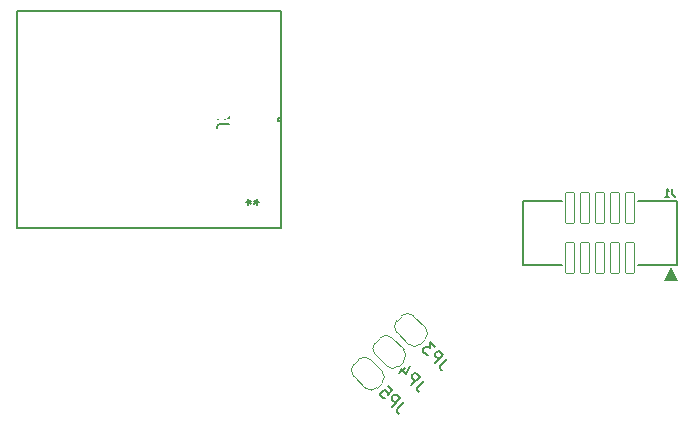
<source format=gbr>
%TF.GenerationSoftware,KiCad,Pcbnew,7.0.5*%
%TF.CreationDate,2023-07-31T22:06:35-07:00*%
%TF.ProjectId,flight_computer_dev_board_rfm98pw,666c6967-6874-45f6-936f-6d7075746572,rev?*%
%TF.SameCoordinates,Original*%
%TF.FileFunction,Legend,Bot*%
%TF.FilePolarity,Positive*%
%FSLAX46Y46*%
G04 Gerber Fmt 4.6, Leading zero omitted, Abs format (unit mm)*
G04 Created by KiCad (PCBNEW 7.0.5) date 2023-07-31 22:06:35*
%MOMM*%
%LPD*%
G01*
G04 APERTURE LIST*
G04 Aperture macros list*
%AMRoundRect*
0 Rectangle with rounded corners*
0 $1 Rounding radius*
0 $2 $3 $4 $5 $6 $7 $8 $9 X,Y pos of 4 corners*
0 Add a 4 corners polygon primitive as box body*
4,1,4,$2,$3,$4,$5,$6,$7,$8,$9,$2,$3,0*
0 Add four circle primitives for the rounded corners*
1,1,$1+$1,$2,$3*
1,1,$1+$1,$4,$5*
1,1,$1+$1,$6,$7*
1,1,$1+$1,$8,$9*
0 Add four rect primitives between the rounded corners*
20,1,$1+$1,$2,$3,$4,$5,0*
20,1,$1+$1,$4,$5,$6,$7,0*
20,1,$1+$1,$6,$7,$8,$9,0*
20,1,$1+$1,$8,$9,$2,$3,0*%
%AMFreePoly0*
4,1,19,0.499999,-0.750000,0.000000,-0.750000,0.000000,-0.744912,-0.071157,-0.744911,-0.207708,-0.704816,-0.327430,-0.627875,-0.420627,-0.520320,-0.479746,-0.390866,-0.500000,-0.250000,-0.500000,0.250000,-0.479746,0.390866,-0.420627,0.520320,-0.327430,0.627875,-0.207708,0.704816,-0.071157,0.744911,0.000000,0.744912,0.000000,0.750000,0.499999,0.750000,0.499999,-0.750000,0.499999,-0.750000,
$1*%
%AMFreePoly1*
4,1,19,0.000000,0.744912,0.071157,0.744911,0.207708,0.704816,0.327430,0.627875,0.420627,0.520320,0.479746,0.390866,0.500000,0.250000,0.500000,-0.250000,0.479746,-0.390866,0.420627,-0.520320,0.327430,-0.627875,0.207708,-0.704816,0.071157,-0.744911,0.000000,-0.744912,0.000000,-0.750000,-0.499999,-0.750000,-0.499999,0.750000,0.000000,0.750000,0.000000,0.744912,0.000000,0.744912,
$1*%
G04 Aperture macros list end*
%ADD10C,0.146304*%
%ADD11C,0.150000*%
%ADD12C,0.127000*%
%ADD13C,0.120000*%
%ADD14C,0.152400*%
%ADD15C,2.050000*%
%ADD16C,2.250000*%
%ADD17C,5.000000*%
%ADD18C,2.000000*%
%ADD19O,2.416000X1.208000*%
%ADD20R,1.700000X1.700000*%
%ADD21O,1.700000X1.700000*%
%ADD22C,1.000000*%
%ADD23RoundRect,0.050800X0.380000X1.300000X-0.380000X1.300000X-0.380000X-1.300000X0.380000X-1.300000X0*%
%ADD24FreePoly0,135.000000*%
%ADD25FreePoly1,135.000000*%
%ADD26C,3.251200*%
%ADD27C,1.397000*%
%ADD28C,2.108200*%
G04 APERTURE END LIST*
D10*
%TO.C,J1*%
X204594631Y-93624329D02*
X204594631Y-94100398D01*
X204594631Y-94100398D02*
X204626368Y-94195612D01*
X204626368Y-94195612D02*
X204689844Y-94259088D01*
X204689844Y-94259088D02*
X204785058Y-94290825D01*
X204785058Y-94290825D02*
X204848534Y-94290825D01*
X203928135Y-94290825D02*
X204308990Y-94290825D01*
X204118562Y-94290825D02*
X204118562Y-93624329D01*
X204118562Y-93624329D02*
X204182038Y-93719543D01*
X204182038Y-93719543D02*
X204245514Y-93783019D01*
X204245514Y-93783019D02*
X204308990Y-93814757D01*
D11*
%TO.C,JP5*%
X181864756Y-111723754D02*
X181359680Y-112228830D01*
X181359680Y-112228830D02*
X181292337Y-112363517D01*
X181292337Y-112363517D02*
X181292337Y-112498204D01*
X181292337Y-112498204D02*
X181359680Y-112632891D01*
X181359680Y-112632891D02*
X181427024Y-112700235D01*
X180820932Y-112094143D02*
X181528039Y-111387036D01*
X181528039Y-111387036D02*
X181258665Y-111117662D01*
X181258665Y-111117662D02*
X181157649Y-111083991D01*
X181157649Y-111083991D02*
X181090306Y-111083991D01*
X181090306Y-111083991D02*
X180989291Y-111117662D01*
X180989291Y-111117662D02*
X180888275Y-111218678D01*
X180888275Y-111218678D02*
X180854604Y-111319693D01*
X180854604Y-111319693D02*
X180854604Y-111387036D01*
X180854604Y-111387036D02*
X180888275Y-111488052D01*
X180888275Y-111488052D02*
X181157649Y-111757426D01*
X180484214Y-110343212D02*
X180820932Y-110679930D01*
X180820932Y-110679930D02*
X180517886Y-111050319D01*
X180517886Y-111050319D02*
X180517886Y-110982975D01*
X180517886Y-110982975D02*
X180484214Y-110881960D01*
X180484214Y-110881960D02*
X180315856Y-110713601D01*
X180315856Y-110713601D02*
X180214840Y-110679930D01*
X180214840Y-110679930D02*
X180147497Y-110679930D01*
X180147497Y-110679930D02*
X180046482Y-110713601D01*
X180046482Y-110713601D02*
X179878123Y-110881960D01*
X179878123Y-110881960D02*
X179844451Y-110982975D01*
X179844451Y-110982975D02*
X179844451Y-111050319D01*
X179844451Y-111050319D02*
X179878123Y-111151334D01*
X179878123Y-111151334D02*
X180046482Y-111319693D01*
X180046482Y-111319693D02*
X180147497Y-111353365D01*
X180147497Y-111353365D02*
X180214840Y-111353365D01*
%TO.C,J5*%
X167035181Y-88118333D02*
X166320896Y-88118333D01*
X166320896Y-88118333D02*
X166178039Y-88165952D01*
X166178039Y-88165952D02*
X166082801Y-88261190D01*
X166082801Y-88261190D02*
X166035181Y-88404047D01*
X166035181Y-88404047D02*
X166035181Y-88499285D01*
X167035181Y-87165952D02*
X167035181Y-87642142D01*
X167035181Y-87642142D02*
X166558991Y-87689761D01*
X166558991Y-87689761D02*
X166606610Y-87642142D01*
X166606610Y-87642142D02*
X166654229Y-87546904D01*
X166654229Y-87546904D02*
X166654229Y-87308809D01*
X166654229Y-87308809D02*
X166606610Y-87213571D01*
X166606610Y-87213571D02*
X166558991Y-87165952D01*
X166558991Y-87165952D02*
X166463753Y-87118333D01*
X166463753Y-87118333D02*
X166225658Y-87118333D01*
X166225658Y-87118333D02*
X166130420Y-87165952D01*
X166130420Y-87165952D02*
X166082801Y-87213571D01*
X166082801Y-87213571D02*
X166035181Y-87308809D01*
X166035181Y-87308809D02*
X166035181Y-87546904D01*
X166035181Y-87546904D02*
X166082801Y-87642142D01*
X166082801Y-87642142D02*
X166130420Y-87689761D01*
X169575181Y-94769999D02*
X169337086Y-94769999D01*
X169432324Y-95008094D02*
X169337086Y-94769999D01*
X169337086Y-94769999D02*
X169432324Y-94531904D01*
X169146610Y-94912856D02*
X169337086Y-94769999D01*
X169337086Y-94769999D02*
X169146610Y-94627142D01*
X168484820Y-94770000D02*
X168722915Y-94770000D01*
X168627677Y-94531905D02*
X168722915Y-94770000D01*
X168722915Y-94770000D02*
X168627677Y-95008095D01*
X168913391Y-94627143D02*
X168722915Y-94770000D01*
X168722915Y-94770000D02*
X168913391Y-94912857D01*
%TO.C,JP4*%
X183534756Y-109883754D02*
X183029680Y-110388830D01*
X183029680Y-110388830D02*
X182962337Y-110523517D01*
X182962337Y-110523517D02*
X182962337Y-110658204D01*
X182962337Y-110658204D02*
X183029680Y-110792891D01*
X183029680Y-110792891D02*
X183097024Y-110860235D01*
X182490932Y-110254143D02*
X183198039Y-109547036D01*
X183198039Y-109547036D02*
X182928665Y-109277662D01*
X182928665Y-109277662D02*
X182827649Y-109243991D01*
X182827649Y-109243991D02*
X182760306Y-109243991D01*
X182760306Y-109243991D02*
X182659291Y-109277662D01*
X182659291Y-109277662D02*
X182558275Y-109378678D01*
X182558275Y-109378678D02*
X182524604Y-109479693D01*
X182524604Y-109479693D02*
X182524604Y-109547036D01*
X182524604Y-109547036D02*
X182558275Y-109648052D01*
X182558275Y-109648052D02*
X182827649Y-109917426D01*
X181952184Y-108772586D02*
X181480779Y-109243991D01*
X182389917Y-108671571D02*
X182053199Y-109345006D01*
X182053199Y-109345006D02*
X181615466Y-108907273D01*
%TO.C,JP3*%
X185494756Y-108033754D02*
X184989680Y-108538830D01*
X184989680Y-108538830D02*
X184922337Y-108673517D01*
X184922337Y-108673517D02*
X184922337Y-108808204D01*
X184922337Y-108808204D02*
X184989680Y-108942891D01*
X184989680Y-108942891D02*
X185057024Y-109010235D01*
X184450932Y-108404143D02*
X185158039Y-107697036D01*
X185158039Y-107697036D02*
X184888665Y-107427662D01*
X184888665Y-107427662D02*
X184787649Y-107393991D01*
X184787649Y-107393991D02*
X184720306Y-107393991D01*
X184720306Y-107393991D02*
X184619291Y-107427662D01*
X184619291Y-107427662D02*
X184518275Y-107528678D01*
X184518275Y-107528678D02*
X184484604Y-107629693D01*
X184484604Y-107629693D02*
X184484604Y-107697036D01*
X184484604Y-107697036D02*
X184518275Y-107798052D01*
X184518275Y-107798052D02*
X184787649Y-108067426D01*
X184518275Y-107057273D02*
X184080543Y-106619540D01*
X184080543Y-106619540D02*
X184046871Y-107124617D01*
X184046871Y-107124617D02*
X183945856Y-107023601D01*
X183945856Y-107023601D02*
X183844840Y-106989930D01*
X183844840Y-106989930D02*
X183777497Y-106989930D01*
X183777497Y-106989930D02*
X183676482Y-107023601D01*
X183676482Y-107023601D02*
X183508123Y-107191960D01*
X183508123Y-107191960D02*
X183474451Y-107292975D01*
X183474451Y-107292975D02*
X183474451Y-107360319D01*
X183474451Y-107360319D02*
X183508123Y-107461334D01*
X183508123Y-107461334D02*
X183710153Y-107663365D01*
X183710153Y-107663365D02*
X183811169Y-107697036D01*
X183811169Y-107697036D02*
X183878512Y-107697036D01*
D12*
%TO.C,J1*%
X204940000Y-100080000D02*
X201640000Y-100080000D01*
X204940000Y-94680000D02*
X204940000Y-100080000D01*
X201640000Y-94680000D02*
X204940000Y-94680000D01*
X195240000Y-94680000D02*
X191940000Y-94680000D01*
X191940000Y-100080000D02*
X195240000Y-100080000D01*
X191940000Y-94680000D02*
X191940000Y-100080000D01*
G36*
X205042745Y-101443500D02*
G01*
X203837255Y-101443500D01*
X204440000Y-100238010D01*
X205042745Y-101443500D01*
G37*
D13*
%TO.C,JP5*%
X179567817Y-110482082D02*
X179992082Y-110057817D01*
X179992082Y-109067868D02*
X179002132Y-108077918D01*
X177587918Y-109492132D02*
X178577868Y-110482082D01*
X178012183Y-108077918D02*
X177587918Y-108502183D01*
X178577869Y-110482081D02*
G75*
G03*
X179567816Y-110482081I494974J494973D01*
G01*
X179992082Y-110057817D02*
G75*
G03*
X179992082Y-109067868I-494974J494974D01*
G01*
X177587918Y-108502183D02*
G75*
G03*
X177587918Y-109492132I494975J-494974D01*
G01*
X179002131Y-108077919D02*
G75*
G03*
X178012183Y-108077918I-494974J-494974D01*
G01*
D14*
%TO.C,J5*%
X149135001Y-96979800D02*
X149135001Y-78590200D01*
X171487001Y-96979800D02*
X149135001Y-96979800D01*
X171233001Y-87912000D02*
X171233001Y-87658000D01*
X171487001Y-87912000D02*
X171233001Y-87912000D01*
X171233001Y-87658000D02*
X171487001Y-87658000D01*
X171487001Y-87658000D02*
X171487001Y-87912000D01*
X149135001Y-78590200D02*
X171487001Y-78590200D01*
X171487001Y-78590200D02*
X171487001Y-96979800D01*
D13*
%TO.C,JP4*%
X181398198Y-108642463D02*
X181822463Y-108218198D01*
X181822463Y-107228249D02*
X180832513Y-106238299D01*
X179418299Y-107652513D02*
X180408249Y-108642463D01*
X179842564Y-106238299D02*
X179418299Y-106662564D01*
X180408250Y-108642462D02*
G75*
G03*
X181398197Y-108642462I494974J494973D01*
G01*
X181822463Y-108218198D02*
G75*
G03*
X181822463Y-107228249I-494974J494974D01*
G01*
X179418299Y-106662564D02*
G75*
G03*
X179418299Y-107652513I494975J-494974D01*
G01*
X180832512Y-106238300D02*
G75*
G03*
X179842564Y-106238299I-494974J-494974D01*
G01*
%TO.C,JP3*%
X183227817Y-106782082D02*
X183652082Y-106357817D01*
X183652082Y-105367868D02*
X182662132Y-104377918D01*
X181247918Y-105792132D02*
X182237868Y-106782082D01*
X181672183Y-104377918D02*
X181247918Y-104802183D01*
X182237869Y-106782081D02*
G75*
G03*
X183227816Y-106782081I494974J494973D01*
G01*
X183652082Y-106357817D02*
G75*
G03*
X183652082Y-105367868I-494974J494974D01*
G01*
X181247918Y-104802183D02*
G75*
G03*
X181247918Y-105792132I494975J-494974D01*
G01*
X182662131Y-104377919D02*
G75*
G03*
X181672183Y-104377918I-494974J-494974D01*
G01*
%TD*%
%LPC*%
D15*
%TO.C,J6*%
X153170000Y-71210000D03*
D16*
X150630000Y-68670000D03*
X150630000Y-73750000D03*
X155710000Y-68670000D03*
X155710000Y-73750000D03*
%TD*%
D17*
%TO.C,*%
X227414400Y-138100000D03*
%TD*%
%TO.C,*%
X147381083Y-138100000D03*
%TD*%
D18*
%TO.C,TP2*%
X195510000Y-91320000D03*
%TD*%
%TO.C,TP1*%
X192960000Y-79300000D03*
%TD*%
D19*
%TO.C,J8*%
X224920000Y-86970000D03*
X224920000Y-79070000D03*
%TD*%
D20*
%TO.C,J3*%
X204330000Y-60190000D03*
D21*
X204330000Y-62730000D03*
X204330000Y-65270000D03*
X204330000Y-67810000D03*
X204330000Y-70350000D03*
X204330000Y-72890000D03*
%TD*%
D22*
%TO.C,J1*%
X200345000Y-97380000D03*
X196535000Y-97380000D03*
D23*
X200980000Y-99530000D03*
X200980000Y-95230000D03*
X199710000Y-99530000D03*
X199710000Y-95230000D03*
X198440000Y-99530000D03*
X198440000Y-95230000D03*
X197170000Y-99530000D03*
X197170000Y-95230000D03*
X195900000Y-99530000D03*
X195900000Y-95230000D03*
%TD*%
D24*
%TO.C,JP5*%
X179249619Y-109739619D03*
D25*
X178330381Y-108820381D03*
%TD*%
D26*
%TO.C,J5*%
X160150001Y-93500000D03*
X160150001Y-82070000D03*
D27*
X166490001Y-92230000D03*
X169030001Y-90960000D03*
X166490001Y-89690000D03*
X169030001Y-88420000D03*
X166490001Y-87150000D03*
X169030001Y-85880000D03*
X166490001Y-84610000D03*
X169030001Y-83340000D03*
X155250001Y-83999892D03*
X156770000Y-81459892D03*
X156770000Y-91569999D03*
X155250001Y-94109999D03*
D28*
X163200000Y-95560000D03*
X163200000Y-80010000D03*
%TD*%
D24*
%TO.C,JP4*%
X181080000Y-107900000D03*
D25*
X180160762Y-106980762D03*
%TD*%
D24*
%TO.C,JP3*%
X182909619Y-106039619D03*
D25*
X181990381Y-105120381D03*
%TD*%
%LPD*%
M02*

</source>
